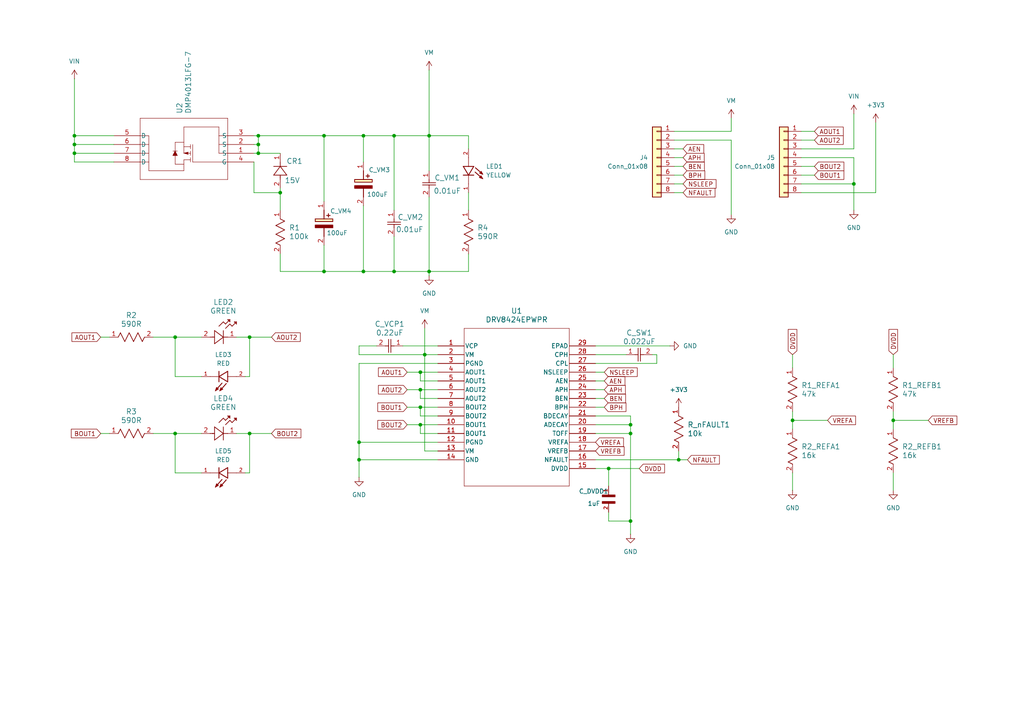
<source format=kicad_sch>
(kicad_sch (version 20231120) (generator "eeschema") (generator_version "8.0")
  (paper "A4")
  (title_block (title "6V Motor Driver Carrier"))
  (lib_symbols
    (symbol "APHCM2012CGCK-F01:APHCM2012CGCK-F01" (pin_names (offset 0.254))
      (property "Reference" "LED" (at 5.08 -4.445 0))
      (property "Value" "APHCM2012CGCK-F01" (at 5.08 -7.62 0))
      (symbol "APHCM2012CGCK-F01_1_1"
        (pin unspecified line (at 10.16 0 180) (length 2.54) (name "") (number "1"))
        (pin unspecified line (at 0 0 0) (length 2.54) (name "") (number "2"))
      )
      (symbol "APHCM2012CGCK-F01_1_2"
        (pin unspecified line (at 0 10.16 270) (length 2.54) (name "") (number "1"))
        (pin unspecified line (at 0 0 90) (length 2.54) (name "") (number "2"))
      )
    )
    (symbol "APHCM2012SURCK-F01:APHCM2012SURCK-F01" (pin_names (offset 1.016))
      (property "Reference" "D" (at -3.0988 4.4958 0))
      (property "Value" "APHCM2012SURCK-F01" (at -3.556 -3.302 0))
      (symbol "APHCM2012SURCK-F01_0_0"
        (pin passive line (at 5.08 0 180) (length 2.54) (name "~") (number "1"))
        (pin passive line (at -7.62 0 0) (length 2.54) (name "~") (number "2"))
      )
    )
    (symbol "APHCM2012SYCK-F01:APHCM2012SYCK-F01" (pin_names (offset 1.016))
      (property "Reference" "D" (at -3.0988 4.4958 0))
      (property "Value" "APHCM2012SYCK-F01" (at -3.556 -3.302 0))
      (symbol "APHCM2012SYCK-F01_0_0"
        (pin passive line (at 5.08 0 180) (length 2.54) (name "~") (number "1"))
        (pin passive line (at -7.62 0 0) (length 2.54) (name "~") (number "2"))
      )
    )
    (symbol "C0805C103K8RACTU:C0805C103K8RACTU" (pin_names (offset 0.254))
      (property "Reference" "C" (at 3.81 3.81 0))
      (property "Value" "C0805C103K8RACTU" (at 3.81 -3.81 0))
      (symbol "C0805C103K8RACTU_1_1"
        (pin unspecified line (at 0 0 0) (length 2.54) (name "") (number "1"))
        (pin unspecified line (at 7.62 0 180) (length 2.54) (name "") (number "2"))
      )
      (symbol "C0805C103K8RACTU_1_2"
        (pin unspecified line (at 0 0 270) (length 2.54) (name "") (number "1"))
        (pin unspecified line (at 0 -7.62 90) (length 2.54) (name "") (number "2"))
      )
    )
    (symbol "C1206C223J8RACTU:C1206C223J8RACTU" (pin_names (offset 0.254))
      (property "Reference" "C" (at 3.81 3.81 0))
      (property "Value" "C1206C223J8RACTU" (at 3.81 -3.81 0))
      (symbol "C1206C223J8RACTU_1_1"
        (pin unspecified line (at 0 0 0) (length 2.54) (name "") (number "1"))
        (pin unspecified line (at 7.62 0 180) (length 2.54) (name "") (number "2"))
      )
      (symbol "C1206C223J8RACTU_1_2"
        (pin unspecified line (at 0 0 270) (length 2.54) (name "") (number "1"))
        (pin unspecified line (at 0 -7.62 90) (length 2.54) (name "") (number "2"))
      )
    )
    (symbol "C1206C224K4RACTU:C1206C224K4RACTU" (pin_names (offset 0.254))
      (property "Reference" "C" (at 3.81 3.81 0))
      (property "Value" "C1206C224K4RACTU" (at 3.81 -3.81 0))
      (symbol "C1206C224K4RACTU_1_1"
        (pin unspecified line (at 0 0 0) (length 2.54) (name "") (number "1"))
        (pin unspecified line (at 7.62 0 180) (length 2.54) (name "") (number "2"))
      )
      (symbol "C1206C224K4RACTU_1_2"
        (pin unspecified line (at 0 0 270) (length 2.54) (name "") (number "1"))
        (pin unspecified line (at 0 -7.62 90) (length 2.54) (name "") (number "2"))
      )
    )
    (symbol "Connector_Generic:Conn_01x08" (pin_names (offset 1.016) hide)
      (property "Reference" "J" (at 0 10.16 0))
      (property "Value" "Conn_01x08" (at 0 -12.7 0))
      (symbol "Conn_01x08_1_1"
        (pin passive line (at -5.08 7.62 0) (length 3.81) (name "Pin_1") (number "1"))
        (pin passive line (at -5.08 5.08 0) (length 3.81) (name "Pin_2") (number "2"))
        (pin passive line (at -5.08 2.54 0) (length 3.81) (name "Pin_3") (number "3"))
        (pin passive line (at -5.08 0 0) (length 3.81) (name "Pin_4") (number "4"))
        (pin passive line (at -5.08 -2.54 0) (length 3.81) (name "Pin_5") (number "5"))
        (pin passive line (at -5.08 -5.08 0) (length 3.81) (name "Pin_6") (number "6"))
        (pin passive line (at -5.08 -7.62 0) (length 3.81) (name "Pin_7") (number "7"))
        (pin passive line (at -5.08 -10.16 0) (length 3.81) (name "Pin_8") (number "8"))
      )
    )
    (symbol "DMP4013LFG-7:DMP4013LFG-7" (pin_names (offset 0.254))
      (property "Reference" "U" (at 20.32 10.16 0))
      (property "Value" "DMP4013LFG-7" (at 20.32 7.62 0))
      (symbol "DMP4013LFG-7_0_1"
        (pin unspecified line (at 0 -2.54 0) (length 7.62) (name "S") (number "1"))
        (pin unspecified line (at 0 -5.08 0) (length 7.62) (name "S") (number "2"))
        (pin unspecified line (at 0 -7.62 0) (length 7.62) (name "S") (number "3"))
        (pin unspecified line (at 0 0 0) (length 7.62) (name "G") (number "4"))
        (pin unspecified line (at 40.64 -7.62 180) (length 7.62) (name "D") (number "5"))
        (pin unspecified line (at 40.64 -5.08 180) (length 7.62) (name "D") (number "6"))
        (pin unspecified line (at 40.64 -2.54 180) (length 7.62) (name "D") (number "7"))
        (pin unspecified line (at 40.64 0 180) (length 7.62) (name "D") (number "8"))
      )
    )
    (symbol "EEE-1AA101WR:EEE-1AA101WR" (pin_names hide)
      (property "Reference" "C" (at 8.89 6.35 0))
      (property "Value" "EEE-1AA101WR" (at 8.89 3.81 0))
      (symbol "EEE-1AA101WR_1_1"
        (pin passive line (at 0 0 0) (length 2.54) (name "+") (number "1"))
        (pin passive line (at 12.7 0 180) (length 2.54) (name "-") (number "2"))
      )
    )
    (symbol "GRM319R71A105KA01D:GRM319R71A105KA01D" (pin_names (offset 1.016))
      (property "Reference" "C" (at 0 3.8109 0))
      (property "Value" "GRM319R71A105KA01D" (at 0 -5.0885 0))
      (symbol "GRM319R71A105KA01D_0_0"
        (pin passive line (at -2.54 0 0) (length 2.54) (name "~") (number "1"))
        (pin passive line (at 5.08 0 180) (length 2.54) (name "~") (number "2"))
      )
    )
    (symbol "MMSZ5245B-7-F:MMSZ5245B-7-F" (pin_names (offset 0.254))
      (property "Reference" "CR" (at 5.08 4.445 0))
      (property "Value" "MMSZ5245B-7-F" (at 5.08 -3.81 0))
      (symbol "MMSZ5245B-7-F_1_1"
        (pin unspecified line (at 10.16 0 180) (length 2.54) (name "") (number "1"))
        (pin unspecified line (at 0 0 0) (length 2.54) (name "") (number "2"))
      )
      (symbol "MMSZ5245B-7-F_1_2"
        (pin unspecified line (at 0 10.16 270) (length 2.54) (name "") (number "1"))
        (pin unspecified line (at 0 0 90) (length 2.54) (name "") (number "2"))
      )
    )
    (symbol "RC1206FR-07100KL:RC1206FR-07100KL" (pin_names (offset 0.254))
      (property "Reference" "R" (at 5.715 3.81 0))
      (property "Value" "RC1206FR-07100KL" (at 6.35 -3.81 0))
      (symbol "RC1206FR-07100KL_1_1"
        (pin unspecified line (at 0 0 0) (length 2.54) (name "") (number "1"))
        (pin unspecified line (at 12.7 0 180) (length 2.54) (name "") (number "2"))
      )
      (symbol "RC1206FR-07100KL_1_2"
        (pin unspecified line (at 0 12.7 270) (length 2.54) (name "") (number "1"))
        (pin unspecified line (at 0 0 90) (length 2.54) (name "") (number "2"))
      )
    )
    (symbol "RC1206FR-0710KL:RC1206FR-0710KL" (pin_names (offset 0.254))
      (property "Reference" "R" (at 5.715 3.81 0))
      (property "Value" "RC1206FR-0710KL" (at 6.35 -3.81 0))
      (symbol "RC1206FR-0710KL_1_1"
        (pin unspecified line (at 12.7 0 180) (length 2.54) (name "") (number "1"))
        (pin unspecified line (at 0 0 0) (length 2.54) (name "") (number "2"))
      )
      (symbol "RC1206FR-0710KL_1_2"
        (pin unspecified line (at 0 12.7 270) (length 2.54) (name "") (number "1"))
        (pin unspecified line (at 0 0 90) (length 2.54) (name "") (number "2"))
      )
    )
    (symbol "RC1206FR-0716KL:RC1206FR-0716KL" (pin_names (offset 0.254))
      (property "Reference" "R" (at 5.715 3.81 0))
      (property "Value" "RC1206FR-0716KL" (at 6.35 -3.81 0))
      (symbol "RC1206FR-0716KL_1_1"
        (pin unspecified line (at 12.7 0 180) (length 2.54) (name "") (number "1"))
        (pin unspecified line (at 0 0 0) (length 2.54) (name "") (number "2"))
      )
      (symbol "RC1206FR-0716KL_1_2"
        (pin unspecified line (at 0 12.7 270) (length 2.54) (name "") (number "1"))
        (pin unspecified line (at 0 0 90) (length 2.54) (name "") (number "2"))
      )
    )
    (symbol "RC1206FR-0747KL:RC1206FR-0747KL" (pin_names (offset 0.254))
      (property "Reference" "R" (at 5.715 3.81 0))
      (property "Value" "RC1206FR-0747KL" (at 6.35 -3.81 0))
      (symbol "RC1206FR-0747KL_1_1"
        (pin unspecified line (at 12.7 0 180) (length 2.54) (name "") (number "1"))
        (pin unspecified line (at 0 0 0) (length 2.54) (name "") (number "2"))
      )
      (symbol "RC1206FR-0747KL_1_2"
        (pin unspecified line (at 0 12.7 270) (length 2.54) (name "") (number "1"))
        (pin unspecified line (at 0 0 90) (length 2.54) (name "") (number "2"))
      )
    )
    (symbol "RC1206FR-07590RL:RC1206FR-07590RL" (pin_names (offset 0.254))
      (property "Reference" "R" (at 5.715 3.81 0))
      (property "Value" "RC1206FR-07590RL" (at 6.35 -3.81 0))
      (symbol "RC1206FR-07590RL_1_1"
        (pin unspecified line (at 12.7 0 180) (length 2.54) (name "") (number "1"))
        (pin unspecified line (at 0 0 0) (length 2.54) (name "") (number "2"))
      )
      (symbol "RC1206FR-07590RL_1_2"
        (pin unspecified line (at 0 12.7 270) (length 2.54) (name "") (number "1"))
        (pin unspecified line (at 0 0 90) (length 2.54) (name "") (number "2"))
      )
    )
    (symbol "drv8424epwpr:DRV8424EPWPR" (pin_names (offset 0.254))
      (property "Reference" "U" (at 22.86 10.16 0))
      (property "Value" "DRV8424EPWPR" (at 22.86 7.62 0))
      (symbol "DRV8424EPWPR_0_1"
        (pin output line (at 0 0 0) (length 7.62) (name "VCP") (number "1"))
        (pin output line (at 0 -22.86 0) (length 7.62) (name "BOUT1") (number "10"))
        (pin output line (at 0 -25.4 0) (length 7.62) (name "BOUT1") (number "11"))
        (pin power_out line (at 0 -27.94 0) (length 7.62) (name "PGND") (number "12"))
        (pin power_in line (at 0 -30.48 0) (length 7.62) (name "VM") (number "13"))
        (pin power_out line (at 0 -33.02 0) (length 7.62) (name "GND") (number "14"))
        (pin power_in line (at 45.72 -35.56 180) (length 7.62) (name "DVDD") (number "15"))
        (pin unspecified line (at 45.72 -33.02 180) (length 7.62) (name "NFAULT") (number "16"))
        (pin input line (at 45.72 -30.48 180) (length 7.62) (name "VREFB") (number "17"))
        (pin input line (at 45.72 -27.94 180) (length 7.62) (name "VREFA") (number "18"))
        (pin unspecified line (at 45.72 -25.4 180) (length 7.62) (name "TOFF") (number "19"))
        (pin power_in line (at 0 -2.54 0) (length 7.62) (name "VM") (number "2"))
        (pin input line (at 45.72 -22.86 180) (length 7.62) (name "ADECAY") (number "20"))
        (pin input line (at 45.72 -20.32 180) (length 7.62) (name "BDECAY") (number "21"))
        (pin input line (at 45.72 -17.78 180) (length 7.62) (name "BPH") (number "22"))
        (pin input line (at 45.72 -15.24 180) (length 7.62) (name "BEN") (number "23"))
        (pin input line (at 45.72 -12.7 180) (length 7.62) (name "APH") (number "24"))
        (pin input line (at 45.72 -10.16 180) (length 7.62) (name "AEN") (number "25"))
        (pin input line (at 45.72 -7.62 180) (length 7.62) (name "NSLEEP") (number "26"))
        (pin power_in line (at 45.72 -5.08 180) (length 7.62) (name "CPL") (number "27"))
        (pin power_in line (at 45.72 -2.54 180) (length 7.62) (name "CPH") (number "28"))
        (pin power_out line (at 45.72 0 180) (length 7.62) (name "EPAD") (number "29"))
        (pin power_out line (at 0 -5.08 0) (length 7.62) (name "PGND") (number "3"))
        (pin output line (at 0 -7.62 0) (length 7.62) (name "AOUT1") (number "4"))
        (pin output line (at 0 -10.16 0) (length 7.62) (name "AOUT1") (number "5"))
        (pin output line (at 0 -12.7 0) (length 7.62) (name "AOUT2") (number "6"))
        (pin output line (at 0 -15.24 0) (length 7.62) (name "AOUT2") (number "7"))
        (pin output line (at 0 -17.78 0) (length 7.62) (name "BOUT2") (number "8"))
        (pin output line (at 0 -20.32 0) (length 7.62) (name "BOUT2") (number "9"))
      )
    )
    (symbol "power:+3V3" (power) (pin_numbers hide) (pin_names (offset 0) hide)
      (property "Value" "+3V3" (at 0 3.556 0))
      (symbol "+3V3_1_1"
        (pin power_in line (at 0 0 90) (length 0) (name "~") (number "1"))
      )
    )
    (symbol "power:GND" (power) (pin_numbers hide) (pin_names (offset 0) hide)
      (property "Value" "GND" (at 0 -3.81 0))
      (symbol "GND_1_1"
        (pin power_in line (at 0 0 270) (length 0) (name "~") (number "1"))
      )
    )
    (symbol "power:VCC" (power) (pin_numbers hide) (pin_names (offset 0) hide)
      (property "Value" "VCC" (at 0 3.556 0))
      (symbol "VCC_1_1"
        (pin power_in line (at 0 0 90) (length 0) (name "~") (number "1"))
      )
    )
  )
  (junction (at 72.39 125.73))
  (junction (at 182.88 123.19))
  (junction (at 182.88 125.73))
  (junction (at 247.65 53.34))
  (junction (at 50.8 97.79))
  (junction (at 121.92 123.19))
  (junction (at 121.92 107.95))
  (junction (at 74.93 44.45))
  (junction (at 81.28 55.88))
  (junction (at 104.14 128.27))
  (junction (at 229.87 121.92))
  (junction (at 121.92 113.03))
  (junction (at 182.88 151.13))
  (junction (at 121.92 118.11))
  (junction (at 21.59 39.37))
  (junction (at 72.39 97.79))
  (junction (at 176.53 135.89))
  (junction (at 74.93 39.37))
  (junction (at 104.14 133.35))
  (junction (at 105.41 78.74))
  (junction (at 93.98 39.37))
  (junction (at 74.93 41.91))
  (junction (at 105.41 39.37))
  (junction (at 124.46 78.74))
  (junction (at 114.3 78.74))
  (junction (at 21.59 44.45))
  (junction (at 50.8 125.73))
  (junction (at 196.85 133.35))
  (junction (at 124.46 39.37))
  (junction (at 114.3 39.37))
  (junction (at 21.59 41.91))
  (junction (at 259.08 121.92))
  (junction (at 93.98 78.74))
  (junction (at 123.19 102.87))
  (wire (pts (xy 104.14 105.41) (xy 127 105.41)))
  (wire (pts (xy 72.39 97.79) (xy 78.74 97.79)))
  (wire (pts (xy 195.58 48.26) (xy 198.12 48.26)))
  (wire (pts (xy 247.65 43.18) (xy 232.41 43.18)))
  (wire (pts (xy 172.72 133.35) (xy 196.85 133.35)))
  (wire (pts (xy 73.66 55.88) (xy 81.28 55.88)))
  (wire (pts (xy 93.98 71.12) (xy 93.98 78.74)))
  (wire (pts (xy 123.19 130.81) (xy 123.19 102.87)))
  (wire (pts (xy 172.72 105.41) (xy 190.5 105.41)))
  (wire (pts (xy 50.8 125.73) (xy 58.42 125.73)))
  (wire (pts (xy 127 102.87) (xy 123.19 102.87)))
  (wire (pts (xy 121.92 110.49) (xy 121.92 107.95)))
  (wire (pts (xy 21.59 44.45) (xy 21.59 41.91)))
  (wire (pts (xy 72.39 137.16) (xy 72.39 125.73)))
  (wire (pts (xy 121.92 107.95) (xy 127 107.95)))
  (wire (pts (xy 33.02 46.99) (xy 21.59 46.99)))
  (wire (pts (xy 50.8 109.22) (xy 50.8 97.79)))
  (wire (pts (xy 127 130.81) (xy 123.19 130.81)))
  (wire (pts (xy 229.87 121.92) (xy 229.87 124.46)))
  (wire (pts (xy 72.39 109.22) (xy 72.39 97.79)))
  (wire (pts (xy 50.8 137.16) (xy 50.8 125.73)))
  (wire (pts (xy 74.93 41.91) (xy 74.93 44.45)))
  (wire (pts (xy 172.72 125.73) (xy 182.88 125.73)))
  (wire (pts (xy 259.08 137.16) (xy 259.08 142.24)))
  (wire (pts (xy 232.41 50.8) (xy 236.22 50.8)))
  (wire (pts (xy 93.98 39.37) (xy 105.41 39.37)))
  (wire (pts (xy 121.92 118.11) (xy 127 118.11)))
  (wire (pts (xy 114.3 78.74) (xy 124.46 78.74)))
  (wire (pts (xy 58.42 109.22) (xy 50.8 109.22)))
  (wire (pts (xy 175.26 115.57) (xy 172.72 115.57)))
  (wire (pts (xy 68.58 97.79) (xy 72.39 97.79)))
  (wire (pts (xy 127 120.65) (xy 121.92 120.65)))
  (wire (pts (xy 105.41 39.37) (xy 105.41 46.99)))
  (wire (pts (xy 44.45 125.73) (xy 50.8 125.73)))
  (wire (pts (xy 229.87 137.16) (xy 229.87 142.24)))
  (wire (pts (xy 124.46 39.37) (xy 124.46 49.53)))
  (wire (pts (xy 182.88 120.65) (xy 182.88 123.19)))
  (wire (pts (xy 121.92 113.03) (xy 127 113.03)))
  (wire (pts (xy 29.21 125.73) (xy 31.75 125.73)))
  (wire (pts (xy 118.11 107.95) (xy 121.92 107.95)))
  (wire (pts (xy 124.46 57.15) (xy 124.46 78.74)))
  (wire (pts (xy 195.58 50.8) (xy 198.12 50.8)))
  (wire (pts (xy 232.41 53.34) (xy 247.65 53.34)))
  (wire (pts (xy 247.65 45.72) (xy 232.41 45.72)))
  (wire (pts (xy 259.08 121.92) (xy 259.08 124.46)))
  (wire (pts (xy 104.14 133.35) (xy 127 133.35)))
  (wire (pts (xy 176.53 135.89) (xy 176.53 140.97)))
  (wire (pts (xy 195.58 43.18) (xy 198.12 43.18)))
  (wire (pts (xy 109.22 100.33) (xy 104.14 100.33)))
  (wire (pts (xy 121.92 120.65) (xy 121.92 118.11)))
  (wire (pts (xy 172.72 100.33) (xy 194.31 100.33)))
  (wire (pts (xy 195.58 53.34) (xy 198.12 53.34)))
  (wire (pts (xy 189.23 102.87) (xy 190.5 102.87)))
  (wire (pts (xy 182.88 125.73) (xy 182.88 151.13)))
  (wire (pts (xy 229.87 121.92) (xy 240.03 121.92)))
  (wire (pts (xy 190.5 102.87) (xy 190.5 105.41)))
  (wire (pts (xy 81.28 73.66) (xy 81.28 78.74)))
  (wire (pts (xy 33.02 44.45) (xy 21.59 44.45)))
  (wire (pts (xy 105.41 78.74) (xy 114.3 78.74)))
  (wire (pts (xy 121.92 123.19) (xy 127 123.19)))
  (wire (pts (xy 247.65 53.34) (xy 247.65 60.96)))
  (wire (pts (xy 232.41 55.88) (xy 254 55.88)))
  (wire (pts (xy 71.12 137.16) (xy 72.39 137.16)))
  (wire (pts (xy 196.85 130.81) (xy 196.85 133.35)))
  (wire (pts (xy 175.26 107.95) (xy 172.72 107.95)))
  (wire (pts (xy 232.41 40.64) (xy 236.22 40.64)))
  (wire (pts (xy 21.59 22.86) (xy 21.59 39.37)))
  (wire (pts (xy 259.08 102.87) (xy 259.08 106.68)))
  (wire (pts (xy 73.66 44.45) (xy 74.93 44.45)))
  (wire (pts (xy 104.14 128.27) (xy 104.14 133.35)))
  (wire (pts (xy 114.3 39.37) (xy 114.3 60.96)))
  (wire (pts (xy 105.41 39.37) (xy 114.3 39.37)))
  (wire (pts (xy 176.53 148.59) (xy 176.53 151.13)))
  (wire (pts (xy 104.14 133.35) (xy 104.14 138.43)))
  (wire (pts (xy 176.53 151.13) (xy 182.88 151.13)))
  (wire (pts (xy 232.41 38.1) (xy 236.22 38.1)))
  (wire (pts (xy 172.72 120.65) (xy 182.88 120.65)))
  (wire (pts (xy 212.09 34.29) (xy 212.09 38.1)))
  (wire (pts (xy 135.89 43.18) (xy 135.89 39.37)))
  (wire (pts (xy 175.26 110.49) (xy 172.72 110.49)))
  (wire (pts (xy 118.11 118.11) (xy 121.92 118.11)))
  (wire (pts (xy 127 110.49) (xy 121.92 110.49)))
  (wire (pts (xy 74.93 39.37) (xy 93.98 39.37)))
  (wire (pts (xy 135.89 55.88) (xy 135.89 60.96)))
  (wire (pts (xy 21.59 41.91) (xy 21.59 39.37)))
  (wire (pts (xy 93.98 78.74) (xy 105.41 78.74)))
  (wire (pts (xy 127 115.57) (xy 121.92 115.57)))
  (wire (pts (xy 114.3 68.58) (xy 114.3 78.74)))
  (wire (pts (xy 229.87 102.87) (xy 229.87 106.68)))
  (wire (pts (xy 123.19 102.87) (xy 123.19 95.25)))
  (wire (pts (xy 105.41 59.69) (xy 105.41 78.74)))
  (wire (pts (xy 71.12 109.22) (xy 72.39 109.22)))
  (wire (pts (xy 44.45 97.79) (xy 50.8 97.79)))
  (wire (pts (xy 73.66 41.91) (xy 74.93 41.91)))
  (wire (pts (xy 229.87 119.38) (xy 229.87 121.92)))
  (wire (pts (xy 116.84 100.33) (xy 127 100.33)))
  (wire (pts (xy 127 125.73) (xy 121.92 125.73)))
  (wire (pts (xy 124.46 80.01) (xy 124.46 78.74)))
  (wire (pts (xy 93.98 39.37) (xy 93.98 58.42)))
  (wire (pts (xy 68.58 125.73) (xy 72.39 125.73)))
  (wire (pts (xy 212.09 40.64) (xy 212.09 62.23)))
  (wire (pts (xy 176.53 135.89) (xy 172.72 135.89)))
  (wire (pts (xy 259.08 121.92) (xy 269.24 121.92)))
  (wire (pts (xy 121.92 115.57) (xy 121.92 113.03)))
  (wire (pts (xy 81.28 78.74) (xy 93.98 78.74)))
  (wire (pts (xy 104.14 128.27) (xy 127 128.27)))
  (wire (pts (xy 74.93 44.45) (xy 81.28 44.45)))
  (wire (pts (xy 124.46 39.37) (xy 124.46 20.32)))
  (wire (pts (xy 72.39 125.73) (xy 78.74 125.73)))
  (wire (pts (xy 33.02 41.91) (xy 21.59 41.91)))
  (wire (pts (xy 195.58 45.72) (xy 198.12 45.72)))
  (wire (pts (xy 114.3 39.37) (xy 124.46 39.37)))
  (wire (pts (xy 73.66 46.99) (xy 73.66 55.88)))
  (wire (pts (xy 73.66 39.37) (xy 74.93 39.37)))
  (wire (pts (xy 118.11 113.03) (xy 121.92 113.03)))
  (wire (pts (xy 196.85 133.35) (xy 199.39 133.35)))
  (wire (pts (xy 254 55.88) (xy 254 35.56)))
  (wire (pts (xy 104.14 100.33) (xy 104.14 102.87)))
  (wire (pts (xy 182.88 151.13) (xy 182.88 154.94)))
  (wire (pts (xy 172.72 123.19) (xy 182.88 123.19)))
  (wire (pts (xy 182.88 123.19) (xy 182.88 125.73)))
  (wire (pts (xy 121.92 125.73) (xy 121.92 123.19)))
  (wire (pts (xy 104.14 105.41) (xy 104.14 128.27)))
  (wire (pts (xy 247.65 33.02) (xy 247.65 43.18)))
  (wire (pts (xy 232.41 48.26) (xy 236.22 48.26)))
  (wire (pts (xy 29.21 97.79) (xy 31.75 97.79)))
  (wire (pts (xy 104.14 102.87) (xy 123.19 102.87)))
  (wire (pts (xy 175.26 113.03) (xy 172.72 113.03)))
  (wire (pts (xy 81.28 55.88) (xy 81.28 54.61)))
  (wire (pts (xy 259.08 119.38) (xy 259.08 121.92)))
  (wire (pts (xy 195.58 40.64) (xy 212.09 40.64)))
  (wire (pts (xy 135.89 78.74) (xy 124.46 78.74)))
  (wire (pts (xy 21.59 46.99) (xy 21.59 44.45)))
  (wire (pts (xy 172.72 102.87) (xy 181.61 102.87)))
  (wire (pts (xy 118.11 123.19) (xy 121.92 123.19)))
  (wire (pts (xy 58.42 137.16) (xy 50.8 137.16)))
  (wire (pts (xy 81.28 55.88) (xy 81.28 60.96)))
  (wire (pts (xy 135.89 39.37) (xy 124.46 39.37)))
  (wire (pts (xy 135.89 73.66) (xy 135.89 78.74)))
  (wire (pts (xy 50.8 97.79) (xy 58.42 97.79)))
  (wire (pts (xy 21.59 39.37) (xy 33.02 39.37)))
  (wire (pts (xy 212.09 38.1) (xy 195.58 38.1)))
  (wire (pts (xy 74.93 41.91) (xy 74.93 39.37)))
  (wire (pts (xy 175.26 118.11) (xy 172.72 118.11)))
  (wire (pts (xy 195.58 55.88) (xy 198.12 55.88)))
  (wire (pts (xy 185.42 135.89) (xy 176.53 135.89)))
  (wire (pts (xy 247.65 45.72) (xy 247.65 53.34)))
  (global_label "BEN" (shape input) (at 198.12 48.26 0) (property "Intersheetrefs" "${INTERSHEET_REFS}" (effects (hide yes))))
  (global_label "AOUT1" (shape input) (at 236.22 38.1 0) (property "Intersheetrefs" "${INTERSHEET_REFS}" (effects (hide yes))))
  (global_label "AOUT1" (shape input) (at 29.21 97.79 180) (property "Intersheetrefs" "${INTERSHEET_REFS}" (effects (hide yes))))
  (global_label "VREFB" (shape input) (at 269.24 121.92 0) (property "Intersheetrefs" "${INTERSHEET_REFS}" (effects (hide yes))))
  (global_label "AOUT2" (shape input) (at 236.22 40.64 0) (property "Intersheetrefs" "${INTERSHEET_REFS}" (effects (hide yes))))
  (global_label "BOUT2" (shape input) (at 78.74 125.73 0) (property "Intersheetrefs" "${INTERSHEET_REFS}" (effects (hide yes))))
  (global_label "NFAULT" (shape input) (at 199.39 133.35 0) (property "Intersheetrefs" "${INTERSHEET_REFS}" (effects (hide yes))))
  (global_label "VREFA" (shape input) (at 240.03 121.92 0) (property "Intersheetrefs" "${INTERSHEET_REFS}" (effects (hide yes))))
  (global_label "BOUT2" (shape input) (at 236.22 48.26 0) (property "Intersheetrefs" "${INTERSHEET_REFS}" (effects (hide yes))))
  (global_label "NSLEEP" (shape input) (at 198.12 53.34 0) (property "Intersheetrefs" "${INTERSHEET_REFS}" (effects (hide yes))))
  (global_label "BPH" (shape input) (at 175.26 118.11 0) (property "Intersheetrefs" "${INTERSHEET_REFS}" (effects (hide yes))))
  (global_label "BOUT2" (shape input) (at 118.11 123.19 180) (property "Intersheetrefs" "${INTERSHEET_REFS}" (effects (hide yes))))
  (global_label "NFAULT" (shape input) (at 198.12 55.88 0) (property "Intersheetrefs" "${INTERSHEET_REFS}" (effects (hide yes))))
  (global_label "BEN" (shape input) (at 175.26 115.57 0) (property "Intersheetrefs" "${INTERSHEET_REFS}" (effects (hide yes))))
  (global_label "DVDD" (shape input) (at 259.08 102.87 90) (property "Intersheetrefs" "${INTERSHEET_REFS}" (effects (hide yes))))
  (global_label "APH" (shape input) (at 175.26 113.03 0) (property "Intersheetrefs" "${INTERSHEET_REFS}" (effects (hide yes))))
  (global_label "BOUT1" (shape input) (at 29.21 125.73 180) (property "Intersheetrefs" "${INTERSHEET_REFS}" (effects (hide yes))))
  (global_label "AOUT1" (shape input) (at 118.11 107.95 180) (property "Intersheetrefs" "${INTERSHEET_REFS}" (effects (hide yes))))
  (global_label "NSLEEP" (shape input) (at 175.26 107.95 0) (property "Intersheetrefs" "${INTERSHEET_REFS}" (effects (hide yes))))
  (global_label "VREFB" (shape input) (at 172.72 130.81 0) (property "Intersheetrefs" "${INTERSHEET_REFS}" (effects (hide yes))))
  (global_label "DVDD" (shape input) (at 229.87 102.87 90) (property "Intersheetrefs" "${INTERSHEET_REFS}" (effects (hide yes))))
  (global_label "BOUT1" (shape input) (at 118.11 118.11 180) (property "Intersheetrefs" "${INTERSHEET_REFS}" (effects (hide yes))))
  (global_label "AOUT2" (shape input) (at 78.74 97.79 0) (property "Intersheetrefs" "${INTERSHEET_REFS}" (effects (hide yes))))
  (global_label "DVDD" (shape input) (at 185.42 135.89 0) (property "Intersheetrefs" "${INTERSHEET_REFS}" (effects (hide yes))))
  (global_label "AEN" (shape input) (at 175.26 110.49 0) (property "Intersheetrefs" "${INTERSHEET_REFS}" (effects (hide yes))))
  (global_label "AEN" (shape input) (at 198.12 43.18 0) (property "Intersheetrefs" "${INTERSHEET_REFS}" (effects (hide yes))))
  (global_label "VREFA" (shape input) (at 172.72 128.27 0) (property "Intersheetrefs" "${INTERSHEET_REFS}" (effects (hide yes))))
  (global_label "BOUT1" (shape input) (at 236.22 50.8 0) (property "Intersheetrefs" "${INTERSHEET_REFS}" (effects (hide yes))))
  (global_label "AOUT2" (shape input) (at 118.11 113.03 180) (property "Intersheetrefs" "${INTERSHEET_REFS}" (effects (hide yes))))
  (global_label "BPH" (shape input) (at 198.12 50.8 0) (property "Intersheetrefs" "${INTERSHEET_REFS}" (effects (hide yes))))
  (global_label "APH" (shape input) (at 198.12 45.72 0) (property "Intersheetrefs" "${INTERSHEET_REFS}" (effects (hide yes))))
  (symbol (lib_id "Connector_Generic:Conn_01x08") (at 190.5 45.72 0) (mirror y) (unit 1)
    (property "Reference" "J4" (at 187.96 45.7199 0) (effects (justify left)))
    (property "Value" "Conn_01x08" (at 187.96 48.2599 0) (effects (justify left)))
    (property "Footprint" "Connector_PinHeader_2.54mm:PinHeader_1x08_P2.54mm_Vertical" (effects (hide yes)))
    (property "Description" "Generic connector, single row, 01x08, script generated (kicad-library-utils/schlib/autogen/connector/)" (effects (hide yes)))
  )
  (symbol (lib_id "power:GND") (at 194.31 100.33 90) (unit 1)
    (property "Reference" "#PWR09" (effects (hide yes)))
    (property "Value" "GND" (at 198.12 100.3299 90) (effects (justify right)))
    (property "Description" "Power symbol creates a global label with name \"GND\" , ground" (effects (hide yes)))
  )
  (symbol (lib_id "APHCM2012CGCK-F01:APHCM2012CGCK-F01") (at 58.42 125.73 0) (unit 1)
    (property "Reference" "LED4" (at 64.77 115.57 0) (effects (font (size 1.524 1.524))))
    (property "Value" "GREEN" (at 64.77 118.11 0) (effects (font (size 1.524 1.524))))
    (property "Footprint" "APHCM2012CGCK_F01:LED_APHCM2012CGCK-F01_KNB" (effects (hide yes)))
    (property "Datasheet" "APHCM2012CGCK-F01" (effects (hide yes)))
  )
  (symbol (lib_id "power:GND") (at 229.87 142.24 0) (unit 1)
    (property "Reference" "#PWR02" (effects (hide yes)))
    (property "Value" "GND" (at 229.87 147.32 0))
    (property "Description" "Power symbol creates a global label with name \"GND\" , ground" (effects (hide yes)))
  )
  (symbol (lib_id "RC1206FR-07590RL:RC1206FR-07590RL") (at 44.45 97.79 180) (unit 1)
    (property "Reference" "R2" (at 38.1 91.44 0) (effects (font (size 1.524 1.524))))
    (property "Value" "590R" (at 38.1 93.98 0) (effects (font (size 1.524 1.524))))
    (property "Footprint" "RC1206FR_07590RL:RC1206N_YAG" (effects (hide yes)))
    (property "Datasheet" "RC1206FR-07590RL" (effects (hide yes)))
  )
  (symbol (lib_id "power:GND") (at 212.09 62.23 0) (unit 1)
    (property "Reference" "#PWR015" (effects (hide yes)))
    (property "Value" "GND" (at 212.09 67.31 0))
    (property "Description" "Power symbol creates a global label with name \"GND\" , ground" (effects (hide yes)))
  )
  (symbol (lib_id "power:VCC") (at 21.59 22.86 0) (unit 1)
    (property "Reference" "#PWR06" (effects (hide yes)))
    (property "Value" "VIN" (at 21.59 17.78 0))
    (property "Description" "Power symbol creates a global label with name \"VCC\"" (effects (hide yes)))
  )
  (symbol (lib_id "RC1206FR-0716KL:RC1206FR-0716KL") (at 259.08 137.16 90) (unit 1)
    (property "Reference" "R2_REFB1" (at 261.62 129.5399 90) (effects (font (size 1.524 1.524)) (justify right)))
    (property "Value" "16k" (at 261.62 132.0799 90) (effects (font (size 1.524 1.524)) (justify right)))
    (property "Footprint" "RC1206FR_0716KL:RC1206N_YAG" (effects (hide yes)))
    (property "Datasheet" "RC1206FR-0716KL" (effects (hide yes)))
  )
  (symbol (lib_id "C0805C103K8RACTU:C0805C103K8RACTU") (at 124.46 49.53 270) (unit 1)
    (property "Reference" "C_VM1" (at 125.984 51.562 90) (effects (font (size 1.524 1.524)) (justify left)))
    (property "Value" "0.01uF" (at 125.73 55.372 90) (effects (font (size 1.524 1.524)) (justify left)))
    (property "Footprint" "C0805C103K8RACTU:CAPC220145_88N_KEM" (effects (hide yes)))
    (property "Datasheet" "C0805C103K8RACTU" (effects (hide yes)))
  )
  (symbol (lib_id "EEE-1AA101WR:EEE-1AA101WR") (at 93.98 58.42 270) (unit 1)
    (property "Reference" "C_VM4" (at 95.758 61.214 90) (effects (justify left)))
    (property "Value" "100uF" (at 94.742 67.564 90) (effects (justify left)))
    (property "Footprint" "EEE-1AA101WR:EEE0GA101SR" (effects (hide yes)))
    (property "Datasheet" "http://industrial.panasonic.com/cdbs/www-data/pdf/RDE0000/ABA0000C1145.pdf" (effects (hide yes)))
    (property "Description" "PANASONIC ELECTRONIC COMPONENTS - EEE-1AA101WR - ALUMINUM ELECTROLYTIC CAPACITOR, 100UF, 10V, 20%, SMD" (effects (hide yes)))
    (property "Height" "6.5" (effects (hide yes)))
    (property "Mouser Part Number" "667-EEE-1AA101WR" (effects (hide yes)))
    (property "Mouser Price/Stock" "https://www.mouser.co.uk/ProductDetail/Panasonic/EEE-1AA101WR?qs=ANJC8C65Mw69l04MNJ%252BCMg%3D%3D" (effects (hide yes)))
    (property "Manufacturer_Name" "Panasonic" (effects (hide yes)))
    (property "Manufacturer_Part_Number" "EEE-1AA101WR" (effects (hide yes)))
  )
  (symbol (lib_id "EEE-1AA101WR:EEE-1AA101WR") (at 105.41 46.99 270) (unit 1)
    (property "Reference" "C_VM3" (at 106.934 49.276 90) (effects (justify left)))
    (property "Value" "100uF" (at 106.426 56.388 90) (effects (justify left)))
    (property "Footprint" "EEE-1AA101WR:EEE0GA101SR" (effects (hide yes)))
    (property "Datasheet" "http://industrial.panasonic.com/cdbs/www-data/pdf/RDE0000/ABA0000C1145.pdf" (effects (hide yes)))
    (property "Description" "PANASONIC ELECTRONIC COMPONENTS - EEE-1AA101WR - ALUMINUM ELECTROLYTIC CAPACITOR, 100UF, 10V, 20%, SMD" (effects (hide yes)))
    (property "Height" "6.5" (effects (hide yes)))
    (property "Mouser Part Number" "667-EEE-1AA101WR" (effects (hide yes)))
    (property "Mouser Price/Stock" "https://www.mouser.co.uk/ProductDetail/Panasonic/EEE-1AA101WR?qs=ANJC8C65Mw69l04MNJ%252BCMg%3D%3D" (effects (hide yes)))
    (property "Manufacturer_Name" "Panasonic" (effects (hide yes)))
    (property "Manufacturer_Part_Number" "EEE-1AA101WR" (effects (hide yes)))
  )
  (symbol (lib_id "C1206C224K4RACTU:C1206C224K4RACTU") (at 116.84 100.33 0) (mirror y) (unit 1)
    (property "Reference" "C_VCP1" (at 113.03 93.98 0) (effects (font (size 1.524 1.524))))
    (property "Value" "0.22uF" (at 113.03 96.52 0) (effects (font (size 1.524 1.524))))
    (property "Footprint" "C1206C224K4RACTU:CAPC340180_100N_KEM" (effects (hide yes)))
    (property "Datasheet" "C1206C224K4RACTU" (effects (hide yes)))
  )
  (symbol (lib_id "power:GND") (at 104.14 138.43 0) (unit 1)
    (property "Reference" "#PWR01" (effects (hide yes)))
    (property "Value" "GND" (at 104.14 143.51 0))
    (property "Description" "Power symbol creates a global label with name \"GND\" , ground" (effects (hide yes)))
  )
  (symbol (lib_id "APHCM2012SYCK-F01:APHCM2012SYCK-F01") (at 135.89 50.8 270) (unit 1)
    (property "Reference" "LED1" (at 140.97 48.2599 90) (effects (justify left)))
    (property "Value" "YELLOW" (at 140.97 50.7999 90) (effects (justify left)))
    (property "Footprint" "APHCM2012SYCK_F01:LED_APHCM2012SYCK-F01" (effects (hide yes)))
    (property "PARTREV" "V.10A" (effects (hide yes)))
    (property "STANDARD" "Manufacturer Recommendations" (effects (hide yes)))
    (property "MAXIMUM_PACKAGE_HEIGHT" "0.4mm" (effects (hide yes)))
    (property "MANUFACTURER" "Kingbright" (effects (hide yes)))
  )
  (symbol (lib_id "power:GND") (at 124.46 80.01 0) (unit 1)
    (property "Reference" "#PWR08" (effects (hide yes)))
    (property "Value" "GND" (at 124.46 85.09 0))
    (property "Description" "Power symbol creates a global label with name \"GND\" , ground" (effects (hide yes)))
  )
  (symbol (lib_id "drv8424epwpr:DRV8424EPWPR") (at 127 100.33 0) (unit 1)
    (property "Reference" "U1" (at 149.86 90.17 0) (effects (font (size 1.524 1.524))))
    (property "Value" "DRV8424EPWPR" (at 149.86 92.71 0) (effects (font (size 1.524 1.524))))
    (property "Footprint" "DRV8424EPWPR:HTSSOP28_PWP_TEX" (effects (hide yes)))
    (property "Datasheet" "DRV8424EPWPR" (effects (hide yes)))
  )
  (symbol (lib_id "power:+3V3") (at 254 35.56 0) (unit 1)
    (property "Reference" "#PWR013" (effects (hide yes)))
    (property "Value" "+3V3" (at 254 30.48 0))
    (property "Description" "Power symbol creates a global label with name \"+3V3\"" (effects (hide yes)))
  )
  (symbol (lib_id "DMP4013LFG-7:DMP4013LFG-7") (at 73.66 46.99 180) (unit 1)
    (property "Reference" "U2" (at 52.0699 33.02 90) (effects (font (size 1.524 1.524)) (justify right)))
    (property "Value" "DMP4013LFG-7" (at 54.6099 33.02 90) (effects (font (size 1.524 1.524)) (justify right)))
    (property "Footprint" "DMP4013LFG_7:SON8_DMP4013LFG-7_DIO" (effects (hide yes)))
    (property "Datasheet" "DMP4013LFG-7" (effects (hide yes)))
  )
  (symbol (lib_id "GRM319R71A105KA01D:GRM319R71A105KA01D") (at 176.53 143.51 270) (unit 1)
    (property "Reference" "C_DVDD1" (at 167.894 142.494 90) (effects (justify left)))
    (property "Value" "1uF" (at 170.434 146.05 90) (effects (justify left)))
    (property "Footprint" "GRM319R71A105KA01D:CAPC3216X95N" (effects (hide yes)))
  )
  (symbol (lib_id "power:VCC") (at 123.19 95.25 0) (unit 1)
    (property "Reference" "#PWR010" (effects (hide yes)))
    (property "Value" "VM" (at 123.19 90.17 0))
    (property "Description" "Power symbol creates a global label with name \"VCC\"" (effects (hide yes)))
  )
  (symbol (lib_id "power:VCC") (at 212.09 34.29 0) (unit 1)
    (property "Reference" "#PWR014" (effects (hide yes)))
    (property "Value" "VM" (at 212.09 29.21 0))
    (property "Description" "Power symbol creates a global label with name \"VCC\"" (effects (hide yes)))
  )
  (symbol (lib_id "power:GND") (at 247.65 60.96 0) (unit 1)
    (property "Reference" "#PWR04" (effects (hide yes)))
    (property "Value" "GND" (at 247.65 66.04 0))
    (property "Description" "Power symbol creates a global label with name \"GND\" , ground" (effects (hide yes)))
  )
  (symbol (lib_id "MMSZ5245B-7-F:MMSZ5245B-7-F") (at 81.28 54.61 90) (unit 1)
    (property "Reference" "CR1" (at 83.058 46.736 90) (effects (font (size 1.524 1.524)) (justify right)))
    (property "Value" "15V" (at 82.55 52.324 90) (effects (font (size 1.524 1.524)) (justify right)))
    (property "Footprint" "MMSZ5245B_7_F:SOD123_DIO" (effects (hide yes)))
    (property "Datasheet" "MMSZ5245B-7-F" (effects (hide yes)))
  )
  (symbol (lib_id "RC1206FR-07590RL:RC1206FR-07590RL") (at 44.45 125.73 180) (unit 1)
    (property "Reference" "R3" (at 38.1 119.38 0) (effects (font (size 1.524 1.524))))
    (property "Value" "590R" (at 38.1 121.92 0) (effects (font (size 1.524 1.524))))
    (property "Footprint" "RC1206FR_07590RL:RC1206N_YAG" (effects (hide yes)))
    (property "Datasheet" "RC1206FR-07590RL" (effects (hide yes)))
  )
  (symbol (lib_id "C1206C223J8RACTU:C1206C223J8RACTU") (at 181.61 102.87 0) (unit 1)
    (property "Reference" "C_SW1" (at 185.42 96.52 0) (effects (font (size 1.524 1.524))))
    (property "Value" "0.022uF" (at 185.42 99.06 0) (effects (font (size 1.524 1.524))))
    (property "Footprint" "C1206C223J8RACTU:CAPC340180_88N_KEM" (effects (hide yes)))
    (property "Datasheet" "C1206C223J8RACTU" (effects (hide yes)))
  )
  (symbol (lib_id "RC1206FR-0747KL:RC1206FR-0747KL") (at 229.87 119.38 90) (unit 1)
    (property "Reference" "R1_REFA1" (at 232.41 111.7599 90) (effects (font (size 1.524 1.524)) (justify right)))
    (property "Value" "47k" (at 232.41 114.2999 90) (effects (font (size 1.524 1.524)) (justify right)))
    (property "Footprint" "RC1206FR_0747KL:RC1206N_YAG" (effects (hide yes)))
    (property "Datasheet" "RC1206FR-0747KL" (effects (hide yes)))
  )
  (symbol (lib_id "APHCM2012SURCK-F01:APHCM2012SURCK-F01") (at 63.5 137.16 180) (unit 1)
    (property "Reference" "LED5" (at 64.77 130.81 0))
    (property "Value" "RED" (at 64.77 133.35 0))
    (property "Footprint" "APHCM2012SURCK_F01:LED_APHCM2012SURCK-F01" (effects (hide yes)))
    (property "PARTREV" "V.10A" (effects (hide yes)))
    (property "STANDARD" "Manufacturer Recommendations" (effects (hide yes)))
    (property "MAXIMUM_PACKAGE_HEIGHT" "0.4mm" (effects (hide yes)))
    (property "MANUFACTURER" "Kingbright" (effects (hide yes)))
  )
  (symbol (lib_id "power:+3V3") (at 196.85 118.11 0) (unit 1)
    (property "Reference" "#PWR012" (effects (hide yes)))
    (property "Value" "+3V3" (at 196.85 113.03 0))
    (property "Description" "Power symbol creates a global label with name \"+3V3\"" (effects (hide yes)))
  )
  (symbol (lib_id "RC1206FR-07590RL:RC1206FR-07590RL") (at 135.89 73.66 90) (unit 1)
    (property "Reference" "R4" (at 138.43 66.0399 90) (effects (font (size 1.524 1.524)) (justify right)))
    (property "Value" "590R" (at 138.43 68.5799 90) (effects (font (size 1.524 1.524)) (justify right)))
    (property "Footprint" "RC1206FR_07590RL:RC1206N_YAG" (effects (hide yes)))
    (property "Datasheet" "RC1206FR-07590RL" (effects (hide yes)))
  )
  (symbol (lib_id "power:VCC") (at 124.46 20.32 0) (unit 1)
    (property "Reference" "#PWR07" (effects (hide yes)))
    (property "Value" "VM" (at 124.46 15.24 0))
    (property "Description" "Power symbol creates a global label with name \"VCC\"" (effects (hide yes)))
  )
  (symbol (lib_id "RC1206FR-0710KL:RC1206FR-0710KL") (at 196.85 130.81 90) (unit 1)
    (property "Reference" "R_nFAULT1" (at 199.39 123.1899 90) (effects (font (size 1.524 1.524)) (justify right)))
    (property "Value" "10k" (at 199.39 125.7299 90) (effects (font (size 1.524 1.524)) (justify right)))
    (property "Footprint" "RC1206FR_0710KL:RC1206N_YAG" (effects (hide yes)))
    (property "Datasheet" "RC1206FR-0710KL" (effects (hide yes)))
  )
  (symbol (lib_id "RC1206FR-0747KL:RC1206FR-0747KL") (at 259.08 119.38 90) (unit 1)
    (property "Reference" "R1_REFB1" (at 261.62 111.7599 90) (effects (font (size 1.524 1.524)) (justify right)))
    (property "Value" "47k" (at 261.62 114.2999 90) (effects (font (size 1.524 1.524)) (justify right)))
    (property "Footprint" "RC1206FR_0747KL:RC1206N_YAG" (effects (hide yes)))
    (property "Datasheet" "RC1206FR-0747KL" (effects (hide yes)))
  )
  (symbol (lib_id "RC1206FR-07100KL:RC1206FR-07100KL") (at 81.28 60.96 270) (unit 1)
    (property "Reference" "R1" (at 83.82 66.0399 90) (effects (font (size 1.524 1.524)) (justify left)))
    (property "Value" "100k" (at 83.82 68.5799 90) (effects (font (size 1.524 1.524)) (justify left)))
    (property "Footprint" "RC1206FR_07100KL:RC1206N_YAG" (effects (hide yes)))
    (property "Datasheet" "RC1206FR-07100KL" (effects (hide yes)))
  )
  (symbol (lib_id "APHCM2012CGCK-F01:APHCM2012CGCK-F01") (at 58.42 97.79 0) (unit 1)
    (property "Reference" "LED2" (at 64.77 87.63 0) (effects (font (size 1.524 1.524))))
    (property "Value" "GREEN" (at 64.77 90.17 0) (effects (font (size 1.524 1.524))))
    (property "Footprint" "APHCM2012CGCK_F01:LED_APHCM2012CGCK-F01_KNB" (effects (hide yes)))
    (property "Datasheet" "APHCM2012CGCK-F01" (effects (hide yes)))
  )
  (symbol (lib_id "Connector_Generic:Conn_01x08") (at 227.33 45.72 0) (mirror y) (unit 1)
    (property "Reference" "J5" (at 224.79 45.7199 0) (effects (justify left)))
    (property "Value" "Conn_01x08" (at 224.79 48.2599 0) (effects (justify left)))
    (property "Footprint" "Connector_PinHeader_2.54mm:PinHeader_1x08_P2.54mm_Vertical" (effects (hide yes)))
    (property "Description" "Generic connector, single row, 01x08, script generated (kicad-library-utils/schlib/autogen/connector/)" (effects (hide yes)))
  )
  (symbol (lib_id "RC1206FR-0716KL:RC1206FR-0716KL") (at 229.87 137.16 90) (unit 1)
    (property "Reference" "R2_REFA1" (at 232.41 129.5399 90) (effects (font (size 1.524 1.524)) (justify right)))
    (property "Value" "16k" (at 232.41 132.0799 90) (effects (font (size 1.524 1.524)) (justify right)))
    (property "Footprint" "RC1206FR_0716KL:RC1206N_YAG" (effects (hide yes)))
    (property "Datasheet" "RC1206FR-0716KL" (effects (hide yes)))
  )
  (symbol (lib_id "power:VCC") (at 247.65 33.02 0) (unit 1)
    (property "Reference" "#PWR05" (effects (hide yes)))
    (property "Value" "VIN" (at 247.65 27.94 0))
    (property "Description" "Power symbol creates a global label with name \"VCC\"" (effects (hide yes)))
  )
  (symbol (lib_id "APHCM2012SURCK-F01:APHCM2012SURCK-F01") (at 63.5 109.22 180) (unit 1)
    (property "Reference" "LED3" (at 64.77 102.87 0))
    (property "Value" "RED" (at 64.77 105.41 0))
    (property "Footprint" "APHCM2012SURCK_F01:LED_APHCM2012SURCK-F01" (effects (hide yes)))
    (property "PARTREV" "V.10A" (effects (hide yes)))
    (property "STANDARD" "Manufacturer Recommendations" (effects (hide yes)))
    (property "MAXIMUM_PACKAGE_HEIGHT" "0.4mm" (effects (hide yes)))
    (property "MANUFACTURER" "Kingbright" (effects (hide yes)))
  )
  (symbol (lib_id "C0805C103K8RACTU:C0805C103K8RACTU") (at 114.3 60.96 270) (unit 1)
    (property "Reference" "C_VM2" (at 115.316 62.992 90) (effects (font (size 1.524 1.524)) (justify left)))
    (property "Value" "0.01uF" (at 114.808 66.548 90) (effects (font (size 1.524 1.524)) (justify left)))
    (property "Footprint" "C0805C103K8RACTU:CAPC220145_88N_KEM" (effects (hide yes)))
    (property "Datasheet" "C0805C103K8RACTU" (effects (hide yes)))
  )
  (symbol (lib_id "power:GND") (at 259.08 142.24 0) (unit 1)
    (property "Reference" "#PWR011" (effects (hide yes)))
    (property "Value" "GND" (at 259.08 147.32 0))
    (property "Description" "Power symbol creates a global label with name \"GND\" , ground" (effects (hide yes)))
  )
  (symbol (lib_id "power:GND") (at 182.88 154.94 0) (unit 1)
    (property "Reference" "#PWR03" (effects (hide yes)))
    (property "Value" "GND" (at 182.88 160.02 0))
    (property "Description" "Power symbol creates a global label with name \"GND\" , ground" (effects (hide yes)))
  )
)
</source>
